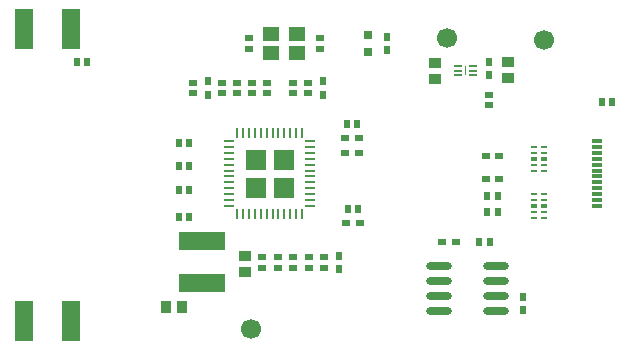
<source format=gtp>
G04*
G04 #@! TF.GenerationSoftware,Altium Limited,Altium Designer,25.7.1 (20)*
G04*
G04 Layer_Color=8421504*
%FSLAX25Y25*%
%MOIN*%
G70*
G04*
G04 #@! TF.SameCoordinates,A9B1DE4C-7A59-4FA5-9EB3-CEC3AB9D3762*
G04*
G04*
G04 #@! TF.FilePolarity,Positive*
G04*
G01*
G75*
%ADD18R,0.06723X0.06723*%
%ADD19R,0.15748X0.05906*%
%ADD20R,0.02520X0.02362*%
%ADD21R,0.02362X0.02953*%
%ADD22O,0.08661X0.02362*%
%ADD23C,0.06693*%
%ADD24R,0.06299X0.13780*%
%ADD25R,0.02362X0.02520*%
%ADD26R,0.02953X0.02362*%
%ADD27R,0.01968X0.00984*%
%ADD28R,0.01968X0.01772*%
G04:AMPARAMS|DCode=29|XSize=35.81mil|YSize=9.42mil|CornerRadius=4.71mil|HoleSize=0mil|Usage=FLASHONLY|Rotation=0.000|XOffset=0mil|YOffset=0mil|HoleType=Round|Shape=RoundedRectangle|*
%AMROUNDEDRECTD29*
21,1,0.03581,0.00000,0,0,0.0*
21,1,0.02639,0.00942,0,0,0.0*
1,1,0.00942,0.01320,0.00000*
1,1,0.00942,-0.01320,0.00000*
1,1,0.00942,-0.01320,0.00000*
1,1,0.00942,0.01320,0.00000*
%
%ADD29ROUNDEDRECTD29*%
%ADD30R,0.03543X0.01181*%
G04:AMPARAMS|DCode=31|XSize=9.42mil|YSize=35.81mil|CornerRadius=4.71mil|HoleSize=0mil|Usage=FLASHONLY|Rotation=0.000|XOffset=0mil|YOffset=0mil|HoleType=Round|Shape=RoundedRectangle|*
%AMROUNDEDRECTD31*
21,1,0.00942,0.02639,0,0,0.0*
21,1,0.00000,0.03581,0,0,0.0*
1,1,0.00942,0.00000,-0.01320*
1,1,0.00942,0.00000,-0.01320*
1,1,0.00942,0.00000,0.01320*
1,1,0.00942,0.00000,0.01320*
%
%ADD31ROUNDEDRECTD31*%
%ADD32R,0.03937X0.03543*%
G04:AMPARAMS|DCode=33|XSize=25.59mil|YSize=7.87mil|CornerRadius=0.98mil|HoleSize=0mil|Usage=FLASHONLY|Rotation=0.000|XOffset=0mil|YOffset=0mil|HoleType=Round|Shape=RoundedRectangle|*
%AMROUNDEDRECTD33*
21,1,0.02559,0.00591,0,0,0.0*
21,1,0.02362,0.00787,0,0,0.0*
1,1,0.00197,0.01181,-0.00295*
1,1,0.00197,-0.01181,-0.00295*
1,1,0.00197,-0.01181,0.00295*
1,1,0.00197,0.01181,0.00295*
%
%ADD33ROUNDEDRECTD33*%
%ADD34R,0.05512X0.04528*%
%ADD35R,0.03543X0.03937*%
%ADD36R,0.03581X0.00942*%
%ADD37R,0.03150X0.03150*%
G36*
X199496Y91764D02*
X198929D01*
Y94850D01*
X199496D01*
Y91764D01*
D02*
G37*
D18*
X129194Y63719D02*
D03*
X138522D02*
D03*
X129194Y54391D02*
D03*
X138522D02*
D03*
D19*
X111221Y22441D02*
D03*
Y36614D02*
D03*
D20*
X132874Y85866D02*
D03*
Y89331D02*
D03*
X127953Y85866D02*
D03*
Y89331D02*
D03*
X123031Y85866D02*
D03*
Y89331D02*
D03*
X118110Y85866D02*
D03*
Y89331D02*
D03*
X108268Y85866D02*
D03*
Y89331D02*
D03*
X131496Y31161D02*
D03*
X141732D02*
D03*
Y85866D02*
D03*
X146653D02*
D03*
X126969Y100630D02*
D03*
X150591Y104095D02*
D03*
X146850Y31161D02*
D03*
X151969D02*
D03*
X136614D02*
D03*
X207087Y85197D02*
D03*
X126969Y104095D02*
D03*
X207087Y81732D02*
D03*
X150591Y100630D02*
D03*
X146850Y27697D02*
D03*
X151969D02*
D03*
X136614D02*
D03*
X131496D02*
D03*
X141732D02*
D03*
Y89331D02*
D03*
X146653D02*
D03*
D21*
X113189Y85335D02*
D03*
Y89862D02*
D03*
X172933Y100098D02*
D03*
X156890Y27165D02*
D03*
X151575Y85335D02*
D03*
X156890Y31693D02*
D03*
X218504Y18012D02*
D03*
X172933Y104626D02*
D03*
X207087Y91831D02*
D03*
Y96358D02*
D03*
X151575Y89862D02*
D03*
X218504Y13484D02*
D03*
D22*
X190354Y28169D02*
D03*
Y23169D02*
D03*
Y18169D02*
D03*
Y13169D02*
D03*
X209252Y28169D02*
D03*
Y23169D02*
D03*
Y18169D02*
D03*
Y13169D02*
D03*
D23*
X192913Y104331D02*
D03*
X127756Y7382D02*
D03*
X225197Y103543D02*
D03*
D24*
X67520Y9899D02*
D03*
X52165D02*
D03*
Y107221D02*
D03*
X67520D02*
D03*
D25*
X206453Y51657D02*
D03*
X209917D02*
D03*
Y46128D02*
D03*
X206453D02*
D03*
X69528Y96063D02*
D03*
X207244Y36220D02*
D03*
X159685Y75590D02*
D03*
X107047Y61417D02*
D03*
Y69291D02*
D03*
Y53543D02*
D03*
Y44685D02*
D03*
X159969Y47272D02*
D03*
X247992Y82972D02*
D03*
X103583Y61417D02*
D03*
Y69291D02*
D03*
Y53543D02*
D03*
Y44685D02*
D03*
X244528Y82972D02*
D03*
X203780Y36220D02*
D03*
X72992Y96063D02*
D03*
X163150Y75590D02*
D03*
X163434Y47272D02*
D03*
D26*
X205921Y57284D02*
D03*
X210449D02*
D03*
X205921Y64862D02*
D03*
X210449D02*
D03*
X163681Y70866D02*
D03*
X163878Y42421D02*
D03*
X159350D02*
D03*
X159153Y65945D02*
D03*
Y70866D02*
D03*
X191437Y36220D02*
D03*
X163681Y65945D02*
D03*
X195965Y36220D02*
D03*
D27*
X225295Y44291D02*
D03*
Y46260D02*
D03*
Y50197D02*
D03*
Y52165D02*
D03*
X222146D02*
D03*
Y50197D02*
D03*
Y46260D02*
D03*
Y44291D02*
D03*
X225295Y60039D02*
D03*
Y62008D02*
D03*
Y65945D02*
D03*
Y67913D02*
D03*
X222146D02*
D03*
Y65945D02*
D03*
Y62008D02*
D03*
Y60039D02*
D03*
D28*
X225295Y48228D02*
D03*
X222146D02*
D03*
X225295Y63976D02*
D03*
X222146D02*
D03*
D29*
X147249Y62008D02*
D03*
Y60039D02*
D03*
Y56102D02*
D03*
Y54134D02*
D03*
Y69882D02*
D03*
X120467Y48228D02*
D03*
Y54134D02*
D03*
Y60039D02*
D03*
Y65945D02*
D03*
X147249Y58071D02*
D03*
Y50197D02*
D03*
Y52165D02*
D03*
X120467D02*
D03*
Y50197D02*
D03*
Y58071D02*
D03*
Y56102D02*
D03*
Y63976D02*
D03*
Y62008D02*
D03*
Y67913D02*
D03*
X147249Y65945D02*
D03*
Y67913D02*
D03*
Y48228D02*
D03*
Y63976D02*
D03*
D30*
X242913Y67913D02*
D03*
Y65945D02*
D03*
Y52165D02*
D03*
Y50197D02*
D03*
Y54134D02*
D03*
Y63976D02*
D03*
Y58071D02*
D03*
Y60039D02*
D03*
Y56102D02*
D03*
Y48228D02*
D03*
Y69882D02*
D03*
Y62008D02*
D03*
D31*
X126969Y72446D02*
D03*
X140748D02*
D03*
X142717D02*
D03*
X136811Y45664D02*
D03*
X125000D02*
D03*
X136811Y72446D02*
D03*
X138779D02*
D03*
X128937D02*
D03*
X130905D02*
D03*
X134843D02*
D03*
X138779Y45664D02*
D03*
X126969D02*
D03*
X123031D02*
D03*
X142717D02*
D03*
X144685Y72446D02*
D03*
X140748Y45664D02*
D03*
X125000Y72446D02*
D03*
X123031D02*
D03*
X144685Y45664D02*
D03*
X132874D02*
D03*
X130905D02*
D03*
X128937D02*
D03*
X134843D02*
D03*
X132874Y72446D02*
D03*
D32*
X188976Y95965D02*
D03*
X125591Y31496D02*
D03*
X213386Y96358D02*
D03*
X188976Y90650D02*
D03*
X213386Y91043D02*
D03*
X125591Y26181D02*
D03*
D33*
X196752Y94882D02*
D03*
Y93307D02*
D03*
X201673Y91732D02*
D03*
Y94882D02*
D03*
X196752Y91732D02*
D03*
X201673Y93307D02*
D03*
D34*
X134449Y99213D02*
D03*
X143110Y105512D02*
D03*
X134449D02*
D03*
X143110Y99213D02*
D03*
D35*
X104823Y14567D02*
D03*
X99508D02*
D03*
D36*
X120467Y69882D02*
D03*
D37*
X166634Y105315D02*
D03*
Y99409D02*
D03*
M02*

</source>
